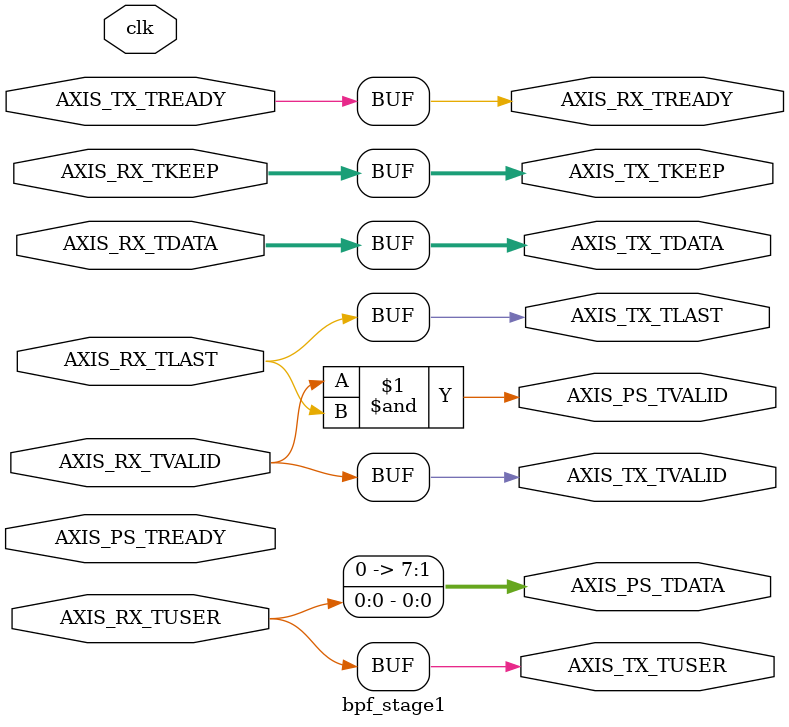
<source format=v>


module bpf_stage1 #
(
    parameter DATA_WIDTH  = 512
) 
(
    input clk,

    //=========================  AXI Stream interface for the input side  ============================
    input[DATA_WIDTH-1:0]      AXIS_RX_TDATA,
    input[(DATA_WIDTH/8)-1:0]  AXIS_RX_TKEEP,
    input                      AXIS_RX_TVALID,
    input                      AXIS_RX_TLAST,
    input                      AXIS_RX_TUSER,
    output                     AXIS_RX_TREADY,
    //===============================================================================================


    //=======================  AXI Stream interface for the output side  ============================
    output[DATA_WIDTH-1:0]     AXIS_TX_TDATA,
    output[(DATA_WIDTH/8)-1:0] AXIS_TX_TKEEP,
    output                     AXIS_TX_TVALID,
    output                     AXIS_TX_TLAST,
    output                     AXIS_TX_TUSER,
    input                      AXIS_TX_TREADY,
    //===============================================================================================


    //====================  AXI Stream interface for the packet-status output  ======================
    output[7:0] AXIS_PS_TDATA,
    output      AXIS_PS_TVALID,
    input       AXIS_PS_TREADY
    //===============================================================================================
);

// The output stream is mapped directly to the input stream
assign AXIS_TX_TDATA  = AXIS_RX_TDATA;
assign AXIS_TX_TKEEP  = AXIS_RX_TKEEP;
assign AXIS_TX_TVALID = AXIS_RX_TVALID;
assign AXIS_TX_TLAST  = AXIS_RX_TLAST;
assign AXIS_TX_TUSER  = AXIS_RX_TUSER;
assign AXIS_RX_TREADY = AXIS_TX_TREADY;

//===============================================================================================
// This writes either 0 or 1 to the PS (Packet Status) stream whenever we detect the last
// data-cycle of a packet.  
//
// 0 = No error, 1 = bad-packet
//===============================================================================================
assign AXIS_PS_TDATA  = AXIS_RX_TUSER;
assign AXIS_PS_TVALID = AXIS_RX_TVALID & AXIS_RX_TLAST;
//===============================================================================================


endmodule
</source>
